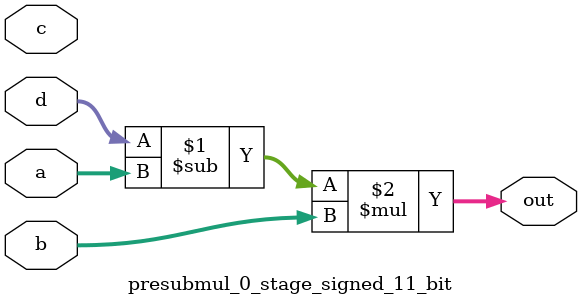
<source format=sv>
(* use_dsp = "yes" *) module presubmul_0_stage_signed_11_bit(
	input signed [10:0] a,
	input signed [10:0] b,
	input signed [10:0] c,
	input signed [10:0] d,
	output [10:0] out
	);

	assign out = (d - a) * b;
endmodule

</source>
